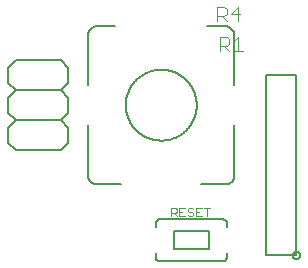
<source format=gbr>
G04 EAGLE Gerber RS-274X export*
G75*
%MOMM*%
%FSLAX34Y34*%
%LPD*%
%INSilkscreen Top*%
%IPPOS*%
%AMOC8*
5,1,8,0,0,1.08239X$1,22.5*%
G01*
%ADD10C,0.127000*%
%ADD11C,0.152400*%
%ADD12C,0.101600*%
%ADD13C,0.050800*%
%ADD14C,0.203200*%


D10*
X241300Y12700D02*
X266700Y12700D01*
X266700Y165100D01*
X241300Y165100D01*
X241300Y12700D01*
X263525Y12700D02*
X263527Y12812D01*
X263533Y12924D01*
X263543Y13036D01*
X263557Y13147D01*
X263574Y13257D01*
X263596Y13367D01*
X263621Y13477D01*
X263651Y13585D01*
X263684Y13692D01*
X263721Y13798D01*
X263761Y13902D01*
X263806Y14005D01*
X263853Y14106D01*
X263905Y14206D01*
X263960Y14304D01*
X264018Y14399D01*
X264080Y14493D01*
X264145Y14584D01*
X264213Y14673D01*
X264284Y14760D01*
X264358Y14844D01*
X264435Y14925D01*
X264515Y15004D01*
X264598Y15079D01*
X264683Y15152D01*
X264771Y15222D01*
X264861Y15288D01*
X264954Y15352D01*
X265048Y15412D01*
X265145Y15468D01*
X265244Y15521D01*
X265344Y15571D01*
X265446Y15617D01*
X265550Y15659D01*
X265655Y15698D01*
X265762Y15733D01*
X265869Y15764D01*
X265978Y15792D01*
X266087Y15815D01*
X266198Y15835D01*
X266309Y15851D01*
X266420Y15863D01*
X266532Y15871D01*
X266644Y15875D01*
X266756Y15875D01*
X266868Y15871D01*
X266980Y15863D01*
X267091Y15851D01*
X267202Y15835D01*
X267313Y15815D01*
X267422Y15792D01*
X267531Y15764D01*
X267638Y15733D01*
X267745Y15698D01*
X267850Y15659D01*
X267954Y15617D01*
X268056Y15571D01*
X268156Y15521D01*
X268255Y15468D01*
X268352Y15412D01*
X268446Y15352D01*
X268539Y15288D01*
X268629Y15222D01*
X268717Y15152D01*
X268802Y15079D01*
X268885Y15004D01*
X268965Y14925D01*
X269042Y14844D01*
X269116Y14760D01*
X269187Y14673D01*
X269255Y14584D01*
X269320Y14493D01*
X269382Y14399D01*
X269440Y14304D01*
X269495Y14206D01*
X269547Y14106D01*
X269594Y14005D01*
X269639Y13902D01*
X269679Y13798D01*
X269716Y13692D01*
X269749Y13585D01*
X269779Y13477D01*
X269804Y13367D01*
X269826Y13257D01*
X269843Y13147D01*
X269857Y13036D01*
X269867Y12924D01*
X269873Y12812D01*
X269875Y12700D01*
X269873Y12588D01*
X269867Y12476D01*
X269857Y12364D01*
X269843Y12253D01*
X269826Y12143D01*
X269804Y12033D01*
X269779Y11923D01*
X269749Y11815D01*
X269716Y11708D01*
X269679Y11602D01*
X269639Y11498D01*
X269594Y11395D01*
X269547Y11294D01*
X269495Y11194D01*
X269440Y11096D01*
X269382Y11001D01*
X269320Y10907D01*
X269255Y10816D01*
X269187Y10727D01*
X269116Y10640D01*
X269042Y10556D01*
X268965Y10475D01*
X268885Y10396D01*
X268802Y10321D01*
X268717Y10248D01*
X268629Y10178D01*
X268539Y10112D01*
X268446Y10048D01*
X268352Y9988D01*
X268255Y9932D01*
X268156Y9879D01*
X268056Y9829D01*
X267954Y9783D01*
X267850Y9741D01*
X267745Y9702D01*
X267638Y9667D01*
X267531Y9636D01*
X267422Y9608D01*
X267313Y9585D01*
X267202Y9565D01*
X267091Y9549D01*
X266980Y9537D01*
X266868Y9529D01*
X266756Y9525D01*
X266644Y9525D01*
X266532Y9529D01*
X266420Y9537D01*
X266309Y9549D01*
X266198Y9565D01*
X266087Y9585D01*
X265978Y9608D01*
X265869Y9636D01*
X265762Y9667D01*
X265655Y9702D01*
X265550Y9741D01*
X265446Y9783D01*
X265344Y9829D01*
X265244Y9879D01*
X265145Y9932D01*
X265048Y9988D01*
X264954Y10048D01*
X264861Y10112D01*
X264771Y10178D01*
X264683Y10248D01*
X264598Y10321D01*
X264515Y10396D01*
X264435Y10475D01*
X264358Y10556D01*
X264284Y10640D01*
X264213Y10727D01*
X264145Y10816D01*
X264080Y10907D01*
X264018Y11001D01*
X263960Y11096D01*
X263905Y11194D01*
X263853Y11294D01*
X263806Y11395D01*
X263761Y11498D01*
X263721Y11602D01*
X263684Y11708D01*
X263651Y11815D01*
X263621Y11923D01*
X263596Y12033D01*
X263574Y12143D01*
X263557Y12253D01*
X263543Y12364D01*
X263533Y12476D01*
X263527Y12588D01*
X263525Y12700D01*
D11*
X29210Y177800D02*
X22860Y171450D01*
X22860Y158750D02*
X29210Y152400D01*
X22860Y146050D01*
X22860Y133350D02*
X29210Y127000D01*
X29210Y177800D02*
X67310Y177800D01*
X73660Y171450D01*
X73660Y158750D01*
X67310Y152400D01*
X73660Y146050D01*
X73660Y133350D01*
X67310Y127000D01*
X67310Y152400D02*
X29210Y152400D01*
X29210Y127000D02*
X67310Y127000D01*
X22860Y133350D02*
X22860Y146050D01*
X22860Y158750D02*
X22860Y171450D01*
X29210Y127000D02*
X22860Y120650D01*
X22860Y107950D02*
X29210Y101600D01*
X67310Y127000D02*
X73660Y120650D01*
X73660Y107950D01*
X67310Y101600D01*
X29210Y101600D01*
X22860Y107950D02*
X22860Y120650D01*
D12*
X201910Y185928D02*
X201910Y197622D01*
X207757Y197622D01*
X209706Y195673D01*
X209706Y191775D01*
X207757Y189826D01*
X201910Y189826D01*
X205808Y189826D02*
X209706Y185928D01*
X213604Y193724D02*
X217502Y197622D01*
X217502Y185928D01*
X213604Y185928D02*
X221400Y185928D01*
X199898Y211328D02*
X199898Y223022D01*
X205745Y223022D01*
X207694Y221073D01*
X207694Y217175D01*
X205745Y215226D01*
X199898Y215226D01*
X203796Y215226D02*
X207694Y211328D01*
X217439Y211328D02*
X217439Y223022D01*
X211592Y217175D01*
X219388Y217175D01*
D10*
X150300Y42900D02*
X150202Y42898D01*
X150104Y42892D01*
X150006Y42883D01*
X149909Y42869D01*
X149812Y42852D01*
X149716Y42831D01*
X149621Y42806D01*
X149527Y42778D01*
X149435Y42745D01*
X149343Y42710D01*
X149253Y42670D01*
X149165Y42628D01*
X149078Y42581D01*
X148994Y42532D01*
X148911Y42479D01*
X148831Y42423D01*
X148752Y42363D01*
X148676Y42301D01*
X148603Y42236D01*
X148532Y42168D01*
X148464Y42097D01*
X148399Y42024D01*
X148337Y41948D01*
X148277Y41869D01*
X148221Y41789D01*
X148168Y41706D01*
X148119Y41622D01*
X148072Y41535D01*
X148030Y41447D01*
X147990Y41357D01*
X147955Y41265D01*
X147922Y41173D01*
X147894Y41079D01*
X147869Y40984D01*
X147848Y40888D01*
X147831Y40791D01*
X147817Y40694D01*
X147808Y40596D01*
X147802Y40498D01*
X147800Y40400D01*
X150300Y42900D02*
X205300Y42900D01*
X205398Y42898D01*
X205496Y42892D01*
X205594Y42883D01*
X205691Y42869D01*
X205788Y42852D01*
X205884Y42831D01*
X205979Y42806D01*
X206073Y42778D01*
X206165Y42745D01*
X206257Y42710D01*
X206347Y42670D01*
X206435Y42628D01*
X206522Y42581D01*
X206606Y42532D01*
X206689Y42479D01*
X206769Y42423D01*
X206848Y42363D01*
X206924Y42301D01*
X206997Y42236D01*
X207068Y42168D01*
X207136Y42097D01*
X207201Y42024D01*
X207263Y41948D01*
X207323Y41869D01*
X207379Y41789D01*
X207432Y41706D01*
X207481Y41622D01*
X207528Y41535D01*
X207570Y41447D01*
X207610Y41357D01*
X207645Y41265D01*
X207678Y41173D01*
X207706Y41079D01*
X207731Y40984D01*
X207752Y40888D01*
X207769Y40791D01*
X207783Y40694D01*
X207792Y40596D01*
X207798Y40498D01*
X207800Y40400D01*
X207800Y10400D02*
X207780Y10293D01*
X207756Y10187D01*
X207729Y10082D01*
X207698Y9978D01*
X207663Y9875D01*
X207625Y9774D01*
X207583Y9674D01*
X207537Y9575D01*
X207488Y9478D01*
X207436Y9383D01*
X207380Y9290D01*
X207321Y9199D01*
X207259Y9110D01*
X207193Y9024D01*
X207125Y8939D01*
X207053Y8858D01*
X206979Y8779D01*
X206902Y8702D01*
X206822Y8629D01*
X206740Y8558D01*
X206655Y8490D01*
X206568Y8425D01*
X206478Y8364D01*
X206387Y8306D01*
X206293Y8251D01*
X206197Y8199D01*
X206100Y8151D01*
X206001Y8106D01*
X205901Y8065D01*
X205799Y8028D01*
X205696Y7994D01*
X205591Y7964D01*
X205486Y7937D01*
X205380Y7915D01*
X205273Y7896D01*
X205165Y7881D01*
X205057Y7870D01*
X204949Y7863D01*
X204841Y7859D01*
X204732Y7860D01*
X204624Y7864D01*
X204515Y7872D01*
X204407Y7884D01*
X204300Y7900D01*
X150300Y7900D01*
X150202Y7902D01*
X150104Y7908D01*
X150006Y7917D01*
X149909Y7931D01*
X149812Y7948D01*
X149716Y7969D01*
X149621Y7994D01*
X149527Y8022D01*
X149435Y8055D01*
X149343Y8090D01*
X149253Y8130D01*
X149165Y8172D01*
X149078Y8219D01*
X148994Y8268D01*
X148911Y8321D01*
X148831Y8377D01*
X148752Y8437D01*
X148676Y8499D01*
X148603Y8564D01*
X148532Y8632D01*
X148464Y8703D01*
X148399Y8776D01*
X148337Y8852D01*
X148277Y8931D01*
X148221Y9011D01*
X148168Y9094D01*
X148119Y9178D01*
X148072Y9265D01*
X148030Y9353D01*
X147990Y9443D01*
X147955Y9535D01*
X147922Y9627D01*
X147894Y9721D01*
X147869Y9816D01*
X147848Y9912D01*
X147831Y10009D01*
X147817Y10106D01*
X147808Y10204D01*
X147802Y10302D01*
X147800Y10400D01*
X147800Y14400D01*
X147800Y36400D02*
X147800Y40400D01*
X207800Y40400D02*
X207800Y36400D01*
X207800Y14400D02*
X207800Y10400D01*
X192800Y32900D02*
X162800Y32900D01*
X162800Y17900D02*
X192800Y17900D01*
X162800Y17900D02*
X162800Y32900D01*
X192800Y32900D02*
X192800Y17900D01*
D13*
X160754Y45654D02*
X160754Y52772D01*
X164313Y52772D01*
X165499Y51586D01*
X165499Y49213D01*
X164313Y48027D01*
X160754Y48027D01*
X163127Y48027D02*
X165499Y45654D01*
X167770Y52772D02*
X172516Y52772D01*
X167770Y52772D02*
X167770Y45654D01*
X172516Y45654D01*
X170143Y49213D02*
X167770Y49213D01*
X178346Y52772D02*
X179532Y51586D01*
X178346Y52772D02*
X175973Y52772D01*
X174787Y51586D01*
X174787Y50399D01*
X175973Y49213D01*
X178346Y49213D01*
X179532Y48027D01*
X179532Y46840D01*
X178346Y45654D01*
X175973Y45654D01*
X174787Y46840D01*
X181803Y52772D02*
X186549Y52772D01*
X181803Y52772D02*
X181803Y45654D01*
X186549Y45654D01*
X184176Y49213D02*
X181803Y49213D01*
X191192Y45654D02*
X191192Y52772D01*
X188820Y52772D02*
X193565Y52772D01*
D14*
X90400Y156700D02*
X90400Y198638D01*
X90402Y198833D01*
X90409Y199028D01*
X90421Y199222D01*
X90438Y199416D01*
X90459Y199610D01*
X90485Y199803D01*
X90515Y199995D01*
X90550Y200187D01*
X90590Y200378D01*
X90634Y200567D01*
X90683Y200756D01*
X90737Y200943D01*
X90795Y201129D01*
X90857Y201314D01*
X90924Y201497D01*
X90995Y201678D01*
X91071Y201858D01*
X91151Y202035D01*
X91235Y202211D01*
X91323Y202385D01*
X91416Y202556D01*
X91513Y202725D01*
X91614Y202892D01*
X91718Y203056D01*
X91827Y203218D01*
X91940Y203377D01*
X92056Y203533D01*
X92176Y203686D01*
X92300Y203837D01*
X92428Y203984D01*
X92558Y204128D01*
X92693Y204269D01*
X92831Y204407D01*
X92972Y204542D01*
X93116Y204672D01*
X93263Y204800D01*
X93414Y204924D01*
X93567Y205044D01*
X93723Y205160D01*
X93882Y205273D01*
X94044Y205382D01*
X94208Y205486D01*
X94375Y205587D01*
X94544Y205684D01*
X94715Y205777D01*
X94889Y205865D01*
X95065Y205949D01*
X95242Y206029D01*
X95422Y206105D01*
X95603Y206176D01*
X95786Y206243D01*
X95971Y206305D01*
X96157Y206363D01*
X96344Y206417D01*
X96533Y206466D01*
X96722Y206510D01*
X96913Y206550D01*
X97105Y206585D01*
X97297Y206615D01*
X97490Y206641D01*
X97684Y206662D01*
X97878Y206679D01*
X98072Y206691D01*
X98267Y206698D01*
X98462Y206700D01*
X113400Y206700D01*
X206338Y206700D02*
X206533Y206698D01*
X206728Y206691D01*
X206922Y206679D01*
X207116Y206662D01*
X207310Y206641D01*
X207503Y206615D01*
X207695Y206585D01*
X207887Y206550D01*
X208078Y206510D01*
X208267Y206466D01*
X208456Y206417D01*
X208643Y206363D01*
X208829Y206305D01*
X209014Y206243D01*
X209197Y206176D01*
X209378Y206105D01*
X209558Y206029D01*
X209735Y205949D01*
X209911Y205865D01*
X210085Y205777D01*
X210256Y205684D01*
X210425Y205587D01*
X210592Y205486D01*
X210756Y205382D01*
X210918Y205273D01*
X211077Y205160D01*
X211233Y205044D01*
X211386Y204924D01*
X211537Y204800D01*
X211684Y204672D01*
X211828Y204542D01*
X211969Y204407D01*
X212107Y204269D01*
X212242Y204128D01*
X212372Y203984D01*
X212500Y203837D01*
X212624Y203686D01*
X212744Y203533D01*
X212860Y203377D01*
X212973Y203218D01*
X213082Y203056D01*
X213186Y202892D01*
X213287Y202725D01*
X213384Y202556D01*
X213477Y202385D01*
X213565Y202211D01*
X213649Y202035D01*
X213729Y201858D01*
X213805Y201678D01*
X213876Y201497D01*
X213943Y201314D01*
X214005Y201129D01*
X214063Y200943D01*
X214117Y200756D01*
X214166Y200567D01*
X214210Y200378D01*
X214250Y200187D01*
X214285Y199995D01*
X214315Y199803D01*
X214341Y199610D01*
X214362Y199416D01*
X214379Y199222D01*
X214391Y199028D01*
X214398Y198833D01*
X214400Y198638D01*
X206338Y206700D02*
X191400Y206700D01*
X214400Y198638D02*
X214400Y156700D01*
X214400Y122700D02*
X214400Y80762D01*
X214398Y80567D01*
X214391Y80372D01*
X214379Y80178D01*
X214362Y79984D01*
X214341Y79790D01*
X214315Y79597D01*
X214285Y79405D01*
X214250Y79213D01*
X214210Y79022D01*
X214166Y78833D01*
X214117Y78644D01*
X214063Y78457D01*
X214005Y78271D01*
X213943Y78086D01*
X213876Y77903D01*
X213805Y77722D01*
X213729Y77542D01*
X213649Y77365D01*
X213565Y77189D01*
X213477Y77015D01*
X213384Y76844D01*
X213287Y76675D01*
X213186Y76508D01*
X213082Y76344D01*
X212973Y76182D01*
X212860Y76023D01*
X212744Y75867D01*
X212624Y75714D01*
X212500Y75563D01*
X212372Y75416D01*
X212242Y75272D01*
X212107Y75131D01*
X211969Y74993D01*
X211828Y74858D01*
X211684Y74728D01*
X211537Y74600D01*
X211386Y74476D01*
X211233Y74356D01*
X211077Y74240D01*
X210918Y74127D01*
X210756Y74018D01*
X210592Y73914D01*
X210425Y73813D01*
X210256Y73716D01*
X210085Y73623D01*
X209911Y73535D01*
X209735Y73451D01*
X209558Y73371D01*
X209378Y73295D01*
X209197Y73224D01*
X209014Y73157D01*
X208829Y73095D01*
X208643Y73037D01*
X208456Y72983D01*
X208267Y72934D01*
X208078Y72890D01*
X207887Y72850D01*
X207695Y72815D01*
X207503Y72785D01*
X207310Y72759D01*
X207116Y72738D01*
X206922Y72721D01*
X206728Y72709D01*
X206533Y72702D01*
X206338Y72700D01*
X186400Y72700D01*
X98462Y72700D02*
X98267Y72702D01*
X98072Y72709D01*
X97878Y72721D01*
X97684Y72738D01*
X97490Y72759D01*
X97297Y72785D01*
X97105Y72815D01*
X96913Y72850D01*
X96722Y72890D01*
X96533Y72934D01*
X96344Y72983D01*
X96157Y73037D01*
X95971Y73095D01*
X95786Y73157D01*
X95603Y73224D01*
X95422Y73295D01*
X95242Y73371D01*
X95065Y73451D01*
X94889Y73535D01*
X94715Y73623D01*
X94544Y73716D01*
X94375Y73813D01*
X94208Y73914D01*
X94044Y74018D01*
X93882Y74127D01*
X93723Y74240D01*
X93567Y74356D01*
X93414Y74476D01*
X93263Y74600D01*
X93116Y74728D01*
X92972Y74858D01*
X92831Y74993D01*
X92693Y75131D01*
X92558Y75272D01*
X92428Y75416D01*
X92300Y75563D01*
X92176Y75714D01*
X92056Y75867D01*
X91940Y76023D01*
X91827Y76182D01*
X91718Y76344D01*
X91614Y76508D01*
X91513Y76675D01*
X91416Y76844D01*
X91323Y77015D01*
X91235Y77189D01*
X91151Y77365D01*
X91071Y77542D01*
X90995Y77722D01*
X90924Y77903D01*
X90857Y78086D01*
X90795Y78271D01*
X90737Y78457D01*
X90683Y78644D01*
X90634Y78833D01*
X90590Y79022D01*
X90550Y79213D01*
X90515Y79405D01*
X90485Y79597D01*
X90459Y79790D01*
X90438Y79984D01*
X90421Y80178D01*
X90409Y80372D01*
X90402Y80567D01*
X90400Y80762D01*
X98462Y72700D02*
X118400Y72700D01*
X90400Y80762D02*
X90400Y122700D01*
X122400Y139700D02*
X122409Y140436D01*
X122436Y141172D01*
X122481Y141907D01*
X122544Y142641D01*
X122626Y143372D01*
X122725Y144102D01*
X122842Y144829D01*
X122976Y145553D01*
X123129Y146273D01*
X123299Y146989D01*
X123487Y147701D01*
X123692Y148409D01*
X123914Y149110D01*
X124154Y149807D01*
X124410Y150497D01*
X124684Y151181D01*
X124974Y151857D01*
X125280Y152527D01*
X125603Y153188D01*
X125942Y153842D01*
X126297Y154487D01*
X126668Y155123D01*
X127054Y155750D01*
X127456Y156367D01*
X127872Y156974D01*
X128304Y157571D01*
X128750Y158157D01*
X129210Y158732D01*
X129684Y159295D01*
X130171Y159847D01*
X130673Y160386D01*
X131187Y160913D01*
X131714Y161427D01*
X132253Y161929D01*
X132805Y162416D01*
X133368Y162890D01*
X133943Y163350D01*
X134529Y163796D01*
X135126Y164228D01*
X135733Y164644D01*
X136350Y165046D01*
X136977Y165432D01*
X137613Y165803D01*
X138258Y166158D01*
X138912Y166497D01*
X139573Y166820D01*
X140243Y167126D01*
X140919Y167416D01*
X141603Y167690D01*
X142293Y167946D01*
X142990Y168186D01*
X143691Y168408D01*
X144399Y168613D01*
X145111Y168801D01*
X145827Y168971D01*
X146547Y169124D01*
X147271Y169258D01*
X147998Y169375D01*
X148728Y169474D01*
X149459Y169556D01*
X150193Y169619D01*
X150928Y169664D01*
X151664Y169691D01*
X152400Y169700D01*
X153136Y169691D01*
X153872Y169664D01*
X154607Y169619D01*
X155341Y169556D01*
X156072Y169474D01*
X156802Y169375D01*
X157529Y169258D01*
X158253Y169124D01*
X158973Y168971D01*
X159689Y168801D01*
X160401Y168613D01*
X161109Y168408D01*
X161810Y168186D01*
X162507Y167946D01*
X163197Y167690D01*
X163881Y167416D01*
X164557Y167126D01*
X165227Y166820D01*
X165888Y166497D01*
X166542Y166158D01*
X167187Y165803D01*
X167823Y165432D01*
X168450Y165046D01*
X169067Y164644D01*
X169674Y164228D01*
X170271Y163796D01*
X170857Y163350D01*
X171432Y162890D01*
X171995Y162416D01*
X172547Y161929D01*
X173086Y161427D01*
X173613Y160913D01*
X174127Y160386D01*
X174629Y159847D01*
X175116Y159295D01*
X175590Y158732D01*
X176050Y158157D01*
X176496Y157571D01*
X176928Y156974D01*
X177344Y156367D01*
X177746Y155750D01*
X178132Y155123D01*
X178503Y154487D01*
X178858Y153842D01*
X179197Y153188D01*
X179520Y152527D01*
X179826Y151857D01*
X180116Y151181D01*
X180390Y150497D01*
X180646Y149807D01*
X180886Y149110D01*
X181108Y148409D01*
X181313Y147701D01*
X181501Y146989D01*
X181671Y146273D01*
X181824Y145553D01*
X181958Y144829D01*
X182075Y144102D01*
X182174Y143372D01*
X182256Y142641D01*
X182319Y141907D01*
X182364Y141172D01*
X182391Y140436D01*
X182400Y139700D01*
X182391Y138964D01*
X182364Y138228D01*
X182319Y137493D01*
X182256Y136759D01*
X182174Y136028D01*
X182075Y135298D01*
X181958Y134571D01*
X181824Y133847D01*
X181671Y133127D01*
X181501Y132411D01*
X181313Y131699D01*
X181108Y130991D01*
X180886Y130290D01*
X180646Y129593D01*
X180390Y128903D01*
X180116Y128219D01*
X179826Y127543D01*
X179520Y126873D01*
X179197Y126212D01*
X178858Y125558D01*
X178503Y124913D01*
X178132Y124277D01*
X177746Y123650D01*
X177344Y123033D01*
X176928Y122426D01*
X176496Y121829D01*
X176050Y121243D01*
X175590Y120668D01*
X175116Y120105D01*
X174629Y119553D01*
X174127Y119014D01*
X173613Y118487D01*
X173086Y117973D01*
X172547Y117471D01*
X171995Y116984D01*
X171432Y116510D01*
X170857Y116050D01*
X170271Y115604D01*
X169674Y115172D01*
X169067Y114756D01*
X168450Y114354D01*
X167823Y113968D01*
X167187Y113597D01*
X166542Y113242D01*
X165888Y112903D01*
X165227Y112580D01*
X164557Y112274D01*
X163881Y111984D01*
X163197Y111710D01*
X162507Y111454D01*
X161810Y111214D01*
X161109Y110992D01*
X160401Y110787D01*
X159689Y110599D01*
X158973Y110429D01*
X158253Y110276D01*
X157529Y110142D01*
X156802Y110025D01*
X156072Y109926D01*
X155341Y109844D01*
X154607Y109781D01*
X153872Y109736D01*
X153136Y109709D01*
X152400Y109700D01*
X151664Y109709D01*
X150928Y109736D01*
X150193Y109781D01*
X149459Y109844D01*
X148728Y109926D01*
X147998Y110025D01*
X147271Y110142D01*
X146547Y110276D01*
X145827Y110429D01*
X145111Y110599D01*
X144399Y110787D01*
X143691Y110992D01*
X142990Y111214D01*
X142293Y111454D01*
X141603Y111710D01*
X140919Y111984D01*
X140243Y112274D01*
X139573Y112580D01*
X138912Y112903D01*
X138258Y113242D01*
X137613Y113597D01*
X136977Y113968D01*
X136350Y114354D01*
X135733Y114756D01*
X135126Y115172D01*
X134529Y115604D01*
X133943Y116050D01*
X133368Y116510D01*
X132805Y116984D01*
X132253Y117471D01*
X131714Y117973D01*
X131187Y118487D01*
X130673Y119014D01*
X130171Y119553D01*
X129684Y120105D01*
X129210Y120668D01*
X128750Y121243D01*
X128304Y121829D01*
X127872Y122426D01*
X127456Y123033D01*
X127054Y123650D01*
X126668Y124277D01*
X126297Y124913D01*
X125942Y125558D01*
X125603Y126212D01*
X125280Y126873D01*
X124974Y127543D01*
X124684Y128219D01*
X124410Y128903D01*
X124154Y129593D01*
X123914Y130290D01*
X123692Y130991D01*
X123487Y131699D01*
X123299Y132411D01*
X123129Y133127D01*
X122976Y133847D01*
X122842Y134571D01*
X122725Y135298D01*
X122626Y136028D01*
X122544Y136759D01*
X122481Y137493D01*
X122436Y138228D01*
X122409Y138964D01*
X122400Y139700D01*
M02*

</source>
